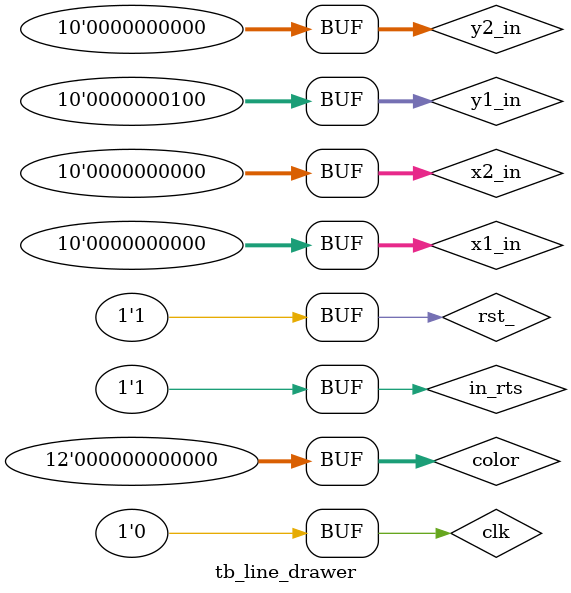
<source format=v>
`timescale 1ns / 1ps

module tb_line_drawer;

    // Clock and Sync Reset
    reg clk;
    reg rst_;
    
    // Point 1
    reg [9:0] x1_in, y1_in;
    
    // Point 2
    reg [9:0] x2_in, y2_in;
    
    reg [11:0] color;
    
    reg in_rts;
    wire in_rtr; 
    
    // Unit Under Test
    line_drawer uut(
        .clk(clk),
        .rst_(rst_),  
        .x1_in(x1_in), 
        .y1_in(y1_in),
        .x2_in(x2_in), 
        .y2_in(y2_in),        
        .color(color),
        .in_rts(in_rts),
        .in_rtr(in_rtr)
    );
    
    initial 
    begin
    
        clk     = 1'b0;
        rst_    = 1'b1;
        
        x1_in   = 0;
        y1_in   = 4;
        
        x2_in   = 0;
        y2_in   = 0;
        
        color   = 0;
        
        in_rts  = 1;
        
        #10;
        
        #5 rst_ = ~rst_; clk = ~clk;
        #5 rst_ = ~rst_; clk = ~clk;
        
        repeat(200)
        begin
            #5 clk = ~clk;
        end
    
    end

endmodule
</source>
